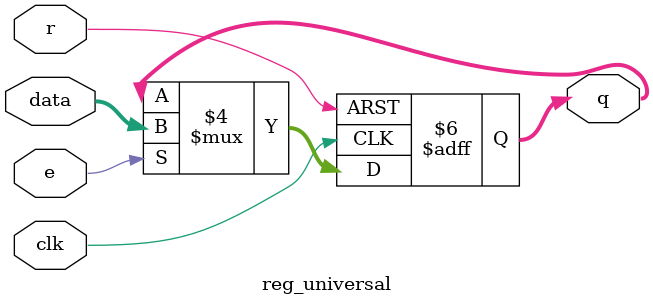
<source format=v>
module reg_universal
#(parameter size = 2)
(
	clk,
	r,
	e,
	data,
	q,
);



input wire clk;
input wire r;
input wire e;
input wire [size-1:0] data;

output reg [size-1:0] q;
	
always@(posedge clk, posedge r)begin

	if(r == 1'b1)begin
		q <= 1'b0;
	end
	else begin
		if(e == 1'b1)begin
			q <= data;
			end
	end

end

endmodule
	
	
</source>
